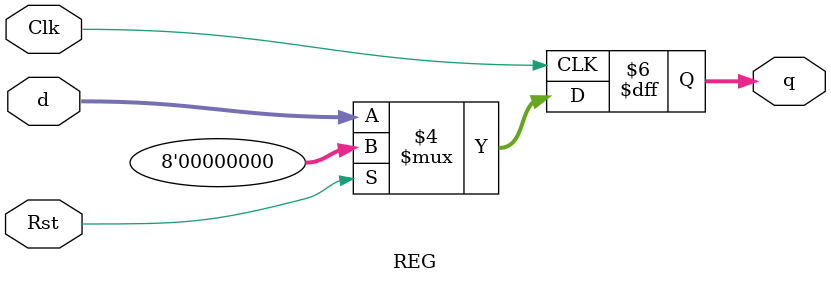
<source format=v>
`timescale 1ns / 1ps

module REG #(parameter DATAWIDTH = 8)(d, Clk, Rst, q); 
    input [DATAWIDTH-1:0] d;
    input Clk, Rst;
    output reg [DATAWIDTH-1:0] q;
    
    always @(posedge Clk) begin
        if (Rst == 1) begin
            q <= 0;
        end
        else begin
            q <= d;
        end 
    end
endmodule





</source>
